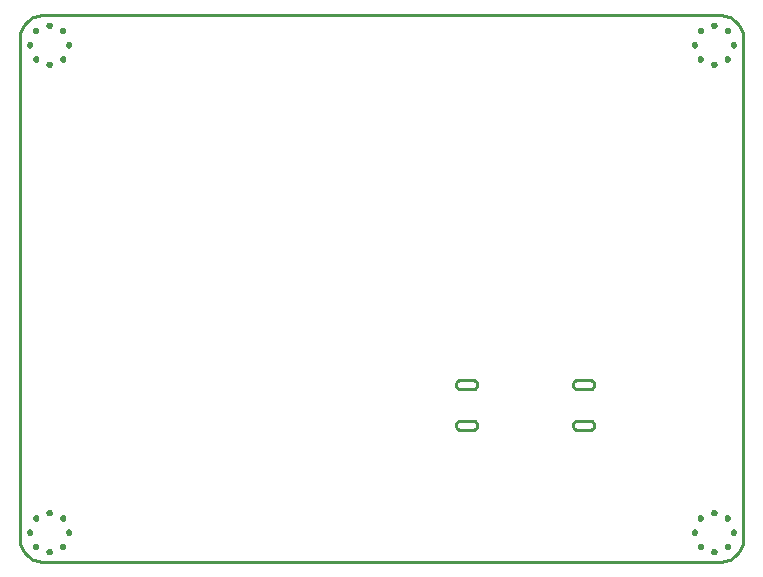
<source format=gbr>
G04 EAGLE Gerber RS-274X export*
G75*
%MOMM*%
%FSLAX34Y34*%
%LPD*%
%IN*%
%IPPOS*%
%AMOC8*
5,1,8,0,0,1.08239X$1,22.5*%
G01*
%ADD10C,0.254000*%


D10*
X0Y20000D02*
X76Y18257D01*
X304Y16527D01*
X681Y14824D01*
X1206Y13160D01*
X1874Y11548D01*
X2680Y10000D01*
X3617Y8528D01*
X4679Y7144D01*
X5858Y5858D01*
X7144Y4679D01*
X8528Y3617D01*
X10000Y2680D01*
X11548Y1874D01*
X13160Y1206D01*
X14824Y681D01*
X16527Y304D01*
X18257Y76D01*
X20000Y0D01*
X592700Y0D01*
X594443Y76D01*
X596173Y304D01*
X597876Y681D01*
X599540Y1206D01*
X601152Y1874D01*
X602700Y2680D01*
X604172Y3617D01*
X605556Y4679D01*
X606842Y5858D01*
X608021Y7144D01*
X609083Y8528D01*
X610021Y10000D01*
X610826Y11548D01*
X611494Y13160D01*
X612019Y14824D01*
X612396Y16527D01*
X612624Y18257D01*
X612700Y20000D01*
X612700Y442700D01*
X612624Y444443D01*
X612396Y446173D01*
X612019Y447876D01*
X611494Y449540D01*
X610826Y451152D01*
X610021Y452700D01*
X609083Y454172D01*
X608021Y455556D01*
X606842Y456842D01*
X605556Y458021D01*
X604172Y459083D01*
X602700Y460021D01*
X601152Y460826D01*
X599540Y461494D01*
X597876Y462019D01*
X596173Y462396D01*
X594443Y462624D01*
X592700Y462700D01*
X20000Y462700D01*
X18257Y462624D01*
X16527Y462396D01*
X14824Y462019D01*
X13160Y461494D01*
X11548Y460826D01*
X10000Y460021D01*
X8528Y459083D01*
X7144Y458021D01*
X5858Y456842D01*
X4679Y455556D01*
X3617Y454172D01*
X2680Y452700D01*
X1874Y451152D01*
X1206Y449540D01*
X681Y447876D01*
X304Y446173D01*
X76Y444443D01*
X0Y442700D01*
X0Y20000D01*
X468430Y149845D02*
X468445Y149496D01*
X468491Y149150D01*
X468566Y148810D01*
X468671Y148477D01*
X468805Y148155D01*
X468966Y147845D01*
X469153Y147551D01*
X469366Y147274D01*
X469602Y147017D01*
X469859Y146781D01*
X470136Y146568D01*
X470430Y146381D01*
X470740Y146220D01*
X471062Y146086D01*
X471395Y145981D01*
X471735Y145906D01*
X472081Y145860D01*
X472430Y145845D01*
X482430Y145845D01*
X482779Y145860D01*
X483125Y145906D01*
X483465Y145981D01*
X483798Y146086D01*
X484120Y146220D01*
X484430Y146381D01*
X484724Y146568D01*
X485001Y146781D01*
X485258Y147017D01*
X485494Y147274D01*
X485707Y147551D01*
X485894Y147845D01*
X486055Y148155D01*
X486189Y148477D01*
X486294Y148810D01*
X486369Y149150D01*
X486415Y149496D01*
X486430Y149845D01*
X486415Y150194D01*
X486369Y150540D01*
X486294Y150880D01*
X486189Y151213D01*
X486055Y151535D01*
X485894Y151845D01*
X485707Y152139D01*
X485494Y152416D01*
X485258Y152673D01*
X485001Y152909D01*
X484724Y153122D01*
X484430Y153309D01*
X484120Y153470D01*
X483798Y153604D01*
X483465Y153709D01*
X483125Y153784D01*
X482779Y153830D01*
X482430Y153845D01*
X472430Y153845D01*
X472081Y153830D01*
X471735Y153784D01*
X471395Y153709D01*
X471062Y153604D01*
X470740Y153470D01*
X470430Y153309D01*
X470136Y153122D01*
X469859Y152909D01*
X469602Y152673D01*
X469366Y152416D01*
X469153Y152139D01*
X468966Y151845D01*
X468805Y151535D01*
X468671Y151213D01*
X468566Y150880D01*
X468491Y150540D01*
X468445Y150194D01*
X468430Y149845D01*
X369370Y115555D02*
X369385Y115206D01*
X369431Y114860D01*
X369506Y114520D01*
X369611Y114187D01*
X369745Y113865D01*
X369906Y113555D01*
X370093Y113261D01*
X370306Y112984D01*
X370542Y112727D01*
X370799Y112491D01*
X371076Y112278D01*
X371370Y112091D01*
X371680Y111930D01*
X372002Y111796D01*
X372335Y111691D01*
X372675Y111616D01*
X373021Y111570D01*
X373370Y111555D01*
X383370Y111555D01*
X383719Y111570D01*
X384065Y111616D01*
X384405Y111691D01*
X384738Y111796D01*
X385060Y111930D01*
X385370Y112091D01*
X385664Y112278D01*
X385941Y112491D01*
X386198Y112727D01*
X386434Y112984D01*
X386647Y113261D01*
X386834Y113555D01*
X386995Y113865D01*
X387129Y114187D01*
X387234Y114520D01*
X387309Y114860D01*
X387355Y115206D01*
X387370Y115555D01*
X387355Y115904D01*
X387309Y116250D01*
X387234Y116590D01*
X387129Y116923D01*
X386995Y117245D01*
X386834Y117555D01*
X386647Y117849D01*
X386434Y118126D01*
X386198Y118383D01*
X385941Y118619D01*
X385664Y118832D01*
X385370Y119019D01*
X385060Y119180D01*
X384738Y119314D01*
X384405Y119419D01*
X384065Y119494D01*
X383719Y119540D01*
X383370Y119555D01*
X373370Y119555D01*
X373021Y119540D01*
X372675Y119494D01*
X372335Y119419D01*
X372002Y119314D01*
X371680Y119180D01*
X371370Y119019D01*
X371076Y118832D01*
X370799Y118619D01*
X370542Y118383D01*
X370306Y118126D01*
X370093Y117849D01*
X369906Y117555D01*
X369745Y117245D01*
X369611Y116923D01*
X369506Y116590D01*
X369431Y116250D01*
X369385Y115904D01*
X369370Y115555D01*
X468430Y115555D02*
X468445Y115206D01*
X468491Y114860D01*
X468566Y114520D01*
X468671Y114187D01*
X468805Y113865D01*
X468966Y113555D01*
X469153Y113261D01*
X469366Y112984D01*
X469602Y112727D01*
X469859Y112491D01*
X470136Y112278D01*
X470430Y112091D01*
X470740Y111930D01*
X471062Y111796D01*
X471395Y111691D01*
X471735Y111616D01*
X472081Y111570D01*
X472430Y111555D01*
X482430Y111555D01*
X482779Y111570D01*
X483125Y111616D01*
X483465Y111691D01*
X483798Y111796D01*
X484120Y111930D01*
X484430Y112091D01*
X484724Y112278D01*
X485001Y112491D01*
X485258Y112727D01*
X485494Y112984D01*
X485707Y113261D01*
X485894Y113555D01*
X486055Y113865D01*
X486189Y114187D01*
X486294Y114520D01*
X486369Y114860D01*
X486415Y115206D01*
X486430Y115555D01*
X486415Y115904D01*
X486369Y116250D01*
X486294Y116590D01*
X486189Y116923D01*
X486055Y117245D01*
X485894Y117555D01*
X485707Y117849D01*
X485494Y118126D01*
X485258Y118383D01*
X485001Y118619D01*
X484724Y118832D01*
X484430Y119019D01*
X484120Y119180D01*
X483798Y119314D01*
X483465Y119419D01*
X483125Y119494D01*
X482779Y119540D01*
X482430Y119555D01*
X472430Y119555D01*
X472081Y119540D01*
X471735Y119494D01*
X471395Y119419D01*
X471062Y119314D01*
X470740Y119180D01*
X470430Y119019D01*
X470136Y118832D01*
X469859Y118619D01*
X469602Y118383D01*
X469366Y118126D01*
X469153Y117849D01*
X468966Y117555D01*
X468805Y117245D01*
X468671Y116923D01*
X468566Y116590D01*
X468491Y116250D01*
X468445Y115904D01*
X468430Y115555D01*
X369370Y149845D02*
X369385Y149496D01*
X369431Y149150D01*
X369506Y148810D01*
X369611Y148477D01*
X369745Y148155D01*
X369906Y147845D01*
X370093Y147551D01*
X370306Y147274D01*
X370542Y147017D01*
X370799Y146781D01*
X371076Y146568D01*
X371370Y146381D01*
X371680Y146220D01*
X372002Y146086D01*
X372335Y145981D01*
X372675Y145906D01*
X373021Y145860D01*
X373370Y145845D01*
X383370Y145845D01*
X383719Y145860D01*
X384065Y145906D01*
X384405Y145981D01*
X384738Y146086D01*
X385060Y146220D01*
X385370Y146381D01*
X385664Y146568D01*
X385941Y146781D01*
X386198Y147017D01*
X386434Y147274D01*
X386647Y147551D01*
X386834Y147845D01*
X386995Y148155D01*
X387129Y148477D01*
X387234Y148810D01*
X387309Y149150D01*
X387355Y149496D01*
X387370Y149845D01*
X387355Y150194D01*
X387309Y150540D01*
X387234Y150880D01*
X387129Y151213D01*
X386995Y151535D01*
X386834Y151845D01*
X386647Y152139D01*
X386434Y152416D01*
X386198Y152673D01*
X385941Y152909D01*
X385664Y153122D01*
X385370Y153309D01*
X385060Y153470D01*
X384738Y153604D01*
X384405Y153709D01*
X384065Y153784D01*
X383719Y153830D01*
X383370Y153845D01*
X373370Y153845D01*
X373021Y153830D01*
X372675Y153784D01*
X372335Y153709D01*
X372002Y153604D01*
X371680Y153470D01*
X371370Y153309D01*
X371076Y153122D01*
X370799Y152909D01*
X370542Y152673D01*
X370306Y152416D01*
X370093Y152139D01*
X369906Y151845D01*
X369745Y151535D01*
X369611Y151213D01*
X369506Y150880D01*
X369431Y150540D01*
X369385Y150194D01*
X369370Y149845D01*
X26500Y41362D02*
X26442Y41072D01*
X26329Y40799D01*
X26165Y40554D01*
X25956Y40345D01*
X25711Y40181D01*
X25438Y40068D01*
X25148Y40010D01*
X24852Y40010D01*
X24562Y40068D01*
X24289Y40181D01*
X24044Y40345D01*
X23835Y40554D01*
X23671Y40799D01*
X23558Y41072D01*
X23500Y41362D01*
X23500Y41658D01*
X23558Y41948D01*
X23671Y42221D01*
X23835Y42466D01*
X24044Y42675D01*
X24289Y42839D01*
X24562Y42952D01*
X24852Y43010D01*
X25148Y43010D01*
X25438Y42952D01*
X25711Y42839D01*
X25956Y42675D01*
X26165Y42466D01*
X26329Y42221D01*
X26442Y41948D01*
X26500Y41658D01*
X26500Y41362D01*
X26500Y8342D02*
X26442Y8052D01*
X26329Y7779D01*
X26165Y7534D01*
X25956Y7325D01*
X25711Y7161D01*
X25438Y7048D01*
X25148Y6990D01*
X24852Y6990D01*
X24562Y7048D01*
X24289Y7161D01*
X24044Y7325D01*
X23835Y7534D01*
X23671Y7779D01*
X23558Y8052D01*
X23500Y8342D01*
X23500Y8638D01*
X23558Y8928D01*
X23671Y9201D01*
X23835Y9446D01*
X24044Y9655D01*
X24289Y9819D01*
X24562Y9932D01*
X24852Y9990D01*
X25148Y9990D01*
X25438Y9932D01*
X25711Y9819D01*
X25956Y9655D01*
X26165Y9446D01*
X26329Y9201D01*
X26442Y8928D01*
X26500Y8638D01*
X26500Y8342D01*
X43010Y24852D02*
X42952Y24562D01*
X42839Y24289D01*
X42675Y24044D01*
X42466Y23835D01*
X42221Y23671D01*
X41948Y23558D01*
X41658Y23500D01*
X41362Y23500D01*
X41072Y23558D01*
X40799Y23671D01*
X40554Y23835D01*
X40345Y24044D01*
X40181Y24289D01*
X40068Y24562D01*
X40010Y24852D01*
X40010Y25148D01*
X40068Y25438D01*
X40181Y25711D01*
X40345Y25956D01*
X40554Y26165D01*
X40799Y26329D01*
X41072Y26442D01*
X41362Y26500D01*
X41658Y26500D01*
X41948Y26442D01*
X42221Y26329D01*
X42466Y26165D01*
X42675Y25956D01*
X42839Y25711D01*
X42952Y25438D01*
X43010Y25148D01*
X43010Y24852D01*
X37930Y36917D02*
X37872Y36627D01*
X37759Y36354D01*
X37595Y36109D01*
X37386Y35900D01*
X37141Y35736D01*
X36868Y35623D01*
X36578Y35565D01*
X36282Y35565D01*
X35992Y35623D01*
X35719Y35736D01*
X35474Y35900D01*
X35265Y36109D01*
X35101Y36354D01*
X34988Y36627D01*
X34930Y36917D01*
X34930Y37213D01*
X34988Y37503D01*
X35101Y37776D01*
X35265Y38021D01*
X35474Y38230D01*
X35719Y38394D01*
X35992Y38507D01*
X36282Y38565D01*
X36578Y38565D01*
X36868Y38507D01*
X37141Y38394D01*
X37386Y38230D01*
X37595Y38021D01*
X37759Y37776D01*
X37872Y37503D01*
X37930Y37213D01*
X37930Y36917D01*
X37930Y12787D02*
X37872Y12497D01*
X37759Y12224D01*
X37595Y11979D01*
X37386Y11770D01*
X37141Y11606D01*
X36868Y11493D01*
X36578Y11435D01*
X36282Y11435D01*
X35992Y11493D01*
X35719Y11606D01*
X35474Y11770D01*
X35265Y11979D01*
X35101Y12224D01*
X34988Y12497D01*
X34930Y12787D01*
X34930Y13083D01*
X34988Y13373D01*
X35101Y13646D01*
X35265Y13891D01*
X35474Y14100D01*
X35719Y14264D01*
X35992Y14377D01*
X36282Y14435D01*
X36578Y14435D01*
X36868Y14377D01*
X37141Y14264D01*
X37386Y14100D01*
X37595Y13891D01*
X37759Y13646D01*
X37872Y13373D01*
X37930Y13083D01*
X37930Y12787D01*
X15070Y36917D02*
X15012Y36627D01*
X14899Y36354D01*
X14735Y36109D01*
X14526Y35900D01*
X14281Y35736D01*
X14008Y35623D01*
X13718Y35565D01*
X13422Y35565D01*
X13132Y35623D01*
X12859Y35736D01*
X12614Y35900D01*
X12405Y36109D01*
X12241Y36354D01*
X12128Y36627D01*
X12070Y36917D01*
X12070Y37213D01*
X12128Y37503D01*
X12241Y37776D01*
X12405Y38021D01*
X12614Y38230D01*
X12859Y38394D01*
X13132Y38507D01*
X13422Y38565D01*
X13718Y38565D01*
X14008Y38507D01*
X14281Y38394D01*
X14526Y38230D01*
X14735Y38021D01*
X14899Y37776D01*
X15012Y37503D01*
X15070Y37213D01*
X15070Y36917D01*
X15070Y12787D02*
X15012Y12497D01*
X14899Y12224D01*
X14735Y11979D01*
X14526Y11770D01*
X14281Y11606D01*
X14008Y11493D01*
X13718Y11435D01*
X13422Y11435D01*
X13132Y11493D01*
X12859Y11606D01*
X12614Y11770D01*
X12405Y11979D01*
X12241Y12224D01*
X12128Y12497D01*
X12070Y12787D01*
X12070Y13083D01*
X12128Y13373D01*
X12241Y13646D01*
X12405Y13891D01*
X12614Y14100D01*
X12859Y14264D01*
X13132Y14377D01*
X13422Y14435D01*
X13718Y14435D01*
X14008Y14377D01*
X14281Y14264D01*
X14526Y14100D01*
X14735Y13891D01*
X14899Y13646D01*
X15012Y13373D01*
X15070Y13083D01*
X15070Y12787D01*
X9990Y24852D02*
X9932Y24562D01*
X9819Y24289D01*
X9655Y24044D01*
X9446Y23835D01*
X9201Y23671D01*
X8928Y23558D01*
X8638Y23500D01*
X8342Y23500D01*
X8052Y23558D01*
X7779Y23671D01*
X7534Y23835D01*
X7325Y24044D01*
X7161Y24289D01*
X7048Y24562D01*
X6990Y24852D01*
X6990Y25148D01*
X7048Y25438D01*
X7161Y25711D01*
X7325Y25956D01*
X7534Y26165D01*
X7779Y26329D01*
X8052Y26442D01*
X8342Y26500D01*
X8638Y26500D01*
X8928Y26442D01*
X9201Y26329D01*
X9446Y26165D01*
X9655Y25956D01*
X9819Y25711D01*
X9932Y25438D01*
X9990Y25148D01*
X9990Y24852D01*
X26500Y454062D02*
X26442Y453772D01*
X26329Y453499D01*
X26165Y453254D01*
X25956Y453045D01*
X25711Y452881D01*
X25438Y452768D01*
X25148Y452710D01*
X24852Y452710D01*
X24562Y452768D01*
X24289Y452881D01*
X24044Y453045D01*
X23835Y453254D01*
X23671Y453499D01*
X23558Y453772D01*
X23500Y454062D01*
X23500Y454358D01*
X23558Y454648D01*
X23671Y454921D01*
X23835Y455166D01*
X24044Y455375D01*
X24289Y455539D01*
X24562Y455652D01*
X24852Y455710D01*
X25148Y455710D01*
X25438Y455652D01*
X25711Y455539D01*
X25956Y455375D01*
X26165Y455166D01*
X26329Y454921D01*
X26442Y454648D01*
X26500Y454358D01*
X26500Y454062D01*
X26500Y421042D02*
X26442Y420752D01*
X26329Y420479D01*
X26165Y420234D01*
X25956Y420025D01*
X25711Y419861D01*
X25438Y419748D01*
X25148Y419690D01*
X24852Y419690D01*
X24562Y419748D01*
X24289Y419861D01*
X24044Y420025D01*
X23835Y420234D01*
X23671Y420479D01*
X23558Y420752D01*
X23500Y421042D01*
X23500Y421338D01*
X23558Y421628D01*
X23671Y421901D01*
X23835Y422146D01*
X24044Y422355D01*
X24289Y422519D01*
X24562Y422632D01*
X24852Y422690D01*
X25148Y422690D01*
X25438Y422632D01*
X25711Y422519D01*
X25956Y422355D01*
X26165Y422146D01*
X26329Y421901D01*
X26442Y421628D01*
X26500Y421338D01*
X26500Y421042D01*
X43010Y437552D02*
X42952Y437262D01*
X42839Y436989D01*
X42675Y436744D01*
X42466Y436535D01*
X42221Y436371D01*
X41948Y436258D01*
X41658Y436200D01*
X41362Y436200D01*
X41072Y436258D01*
X40799Y436371D01*
X40554Y436535D01*
X40345Y436744D01*
X40181Y436989D01*
X40068Y437262D01*
X40010Y437552D01*
X40010Y437848D01*
X40068Y438138D01*
X40181Y438411D01*
X40345Y438656D01*
X40554Y438865D01*
X40799Y439029D01*
X41072Y439142D01*
X41362Y439200D01*
X41658Y439200D01*
X41948Y439142D01*
X42221Y439029D01*
X42466Y438865D01*
X42675Y438656D01*
X42839Y438411D01*
X42952Y438138D01*
X43010Y437848D01*
X43010Y437552D01*
X37930Y449617D02*
X37872Y449327D01*
X37759Y449054D01*
X37595Y448809D01*
X37386Y448600D01*
X37141Y448436D01*
X36868Y448323D01*
X36578Y448265D01*
X36282Y448265D01*
X35992Y448323D01*
X35719Y448436D01*
X35474Y448600D01*
X35265Y448809D01*
X35101Y449054D01*
X34988Y449327D01*
X34930Y449617D01*
X34930Y449913D01*
X34988Y450203D01*
X35101Y450476D01*
X35265Y450721D01*
X35474Y450930D01*
X35719Y451094D01*
X35992Y451207D01*
X36282Y451265D01*
X36578Y451265D01*
X36868Y451207D01*
X37141Y451094D01*
X37386Y450930D01*
X37595Y450721D01*
X37759Y450476D01*
X37872Y450203D01*
X37930Y449913D01*
X37930Y449617D01*
X37930Y425487D02*
X37872Y425197D01*
X37759Y424924D01*
X37595Y424679D01*
X37386Y424470D01*
X37141Y424306D01*
X36868Y424193D01*
X36578Y424135D01*
X36282Y424135D01*
X35992Y424193D01*
X35719Y424306D01*
X35474Y424470D01*
X35265Y424679D01*
X35101Y424924D01*
X34988Y425197D01*
X34930Y425487D01*
X34930Y425783D01*
X34988Y426073D01*
X35101Y426346D01*
X35265Y426591D01*
X35474Y426800D01*
X35719Y426964D01*
X35992Y427077D01*
X36282Y427135D01*
X36578Y427135D01*
X36868Y427077D01*
X37141Y426964D01*
X37386Y426800D01*
X37595Y426591D01*
X37759Y426346D01*
X37872Y426073D01*
X37930Y425783D01*
X37930Y425487D01*
X15070Y449617D02*
X15012Y449327D01*
X14899Y449054D01*
X14735Y448809D01*
X14526Y448600D01*
X14281Y448436D01*
X14008Y448323D01*
X13718Y448265D01*
X13422Y448265D01*
X13132Y448323D01*
X12859Y448436D01*
X12614Y448600D01*
X12405Y448809D01*
X12241Y449054D01*
X12128Y449327D01*
X12070Y449617D01*
X12070Y449913D01*
X12128Y450203D01*
X12241Y450476D01*
X12405Y450721D01*
X12614Y450930D01*
X12859Y451094D01*
X13132Y451207D01*
X13422Y451265D01*
X13718Y451265D01*
X14008Y451207D01*
X14281Y451094D01*
X14526Y450930D01*
X14735Y450721D01*
X14899Y450476D01*
X15012Y450203D01*
X15070Y449913D01*
X15070Y449617D01*
X15070Y425487D02*
X15012Y425197D01*
X14899Y424924D01*
X14735Y424679D01*
X14526Y424470D01*
X14281Y424306D01*
X14008Y424193D01*
X13718Y424135D01*
X13422Y424135D01*
X13132Y424193D01*
X12859Y424306D01*
X12614Y424470D01*
X12405Y424679D01*
X12241Y424924D01*
X12128Y425197D01*
X12070Y425487D01*
X12070Y425783D01*
X12128Y426073D01*
X12241Y426346D01*
X12405Y426591D01*
X12614Y426800D01*
X12859Y426964D01*
X13132Y427077D01*
X13422Y427135D01*
X13718Y427135D01*
X14008Y427077D01*
X14281Y426964D01*
X14526Y426800D01*
X14735Y426591D01*
X14899Y426346D01*
X15012Y426073D01*
X15070Y425783D01*
X15070Y425487D01*
X9990Y437552D02*
X9932Y437262D01*
X9819Y436989D01*
X9655Y436744D01*
X9446Y436535D01*
X9201Y436371D01*
X8928Y436258D01*
X8638Y436200D01*
X8342Y436200D01*
X8052Y436258D01*
X7779Y436371D01*
X7534Y436535D01*
X7325Y436744D01*
X7161Y436989D01*
X7048Y437262D01*
X6990Y437552D01*
X6990Y437848D01*
X7048Y438138D01*
X7161Y438411D01*
X7325Y438656D01*
X7534Y438865D01*
X7779Y439029D01*
X8052Y439142D01*
X8342Y439200D01*
X8638Y439200D01*
X8928Y439142D01*
X9201Y439029D01*
X9446Y438865D01*
X9655Y438656D01*
X9819Y438411D01*
X9932Y438138D01*
X9990Y437848D01*
X9990Y437552D01*
X589200Y454062D02*
X589142Y453772D01*
X589029Y453499D01*
X588865Y453254D01*
X588656Y453045D01*
X588411Y452881D01*
X588138Y452768D01*
X587848Y452710D01*
X587552Y452710D01*
X587262Y452768D01*
X586989Y452881D01*
X586744Y453045D01*
X586535Y453254D01*
X586371Y453499D01*
X586258Y453772D01*
X586200Y454062D01*
X586200Y454358D01*
X586258Y454648D01*
X586371Y454921D01*
X586535Y455166D01*
X586744Y455375D01*
X586989Y455539D01*
X587262Y455652D01*
X587552Y455710D01*
X587848Y455710D01*
X588138Y455652D01*
X588411Y455539D01*
X588656Y455375D01*
X588865Y455166D01*
X589029Y454921D01*
X589142Y454648D01*
X589200Y454358D01*
X589200Y454062D01*
X589200Y421042D02*
X589142Y420752D01*
X589029Y420479D01*
X588865Y420234D01*
X588656Y420025D01*
X588411Y419861D01*
X588138Y419748D01*
X587848Y419690D01*
X587552Y419690D01*
X587262Y419748D01*
X586989Y419861D01*
X586744Y420025D01*
X586535Y420234D01*
X586371Y420479D01*
X586258Y420752D01*
X586200Y421042D01*
X586200Y421338D01*
X586258Y421628D01*
X586371Y421901D01*
X586535Y422146D01*
X586744Y422355D01*
X586989Y422519D01*
X587262Y422632D01*
X587552Y422690D01*
X587848Y422690D01*
X588138Y422632D01*
X588411Y422519D01*
X588656Y422355D01*
X588865Y422146D01*
X589029Y421901D01*
X589142Y421628D01*
X589200Y421338D01*
X589200Y421042D01*
X605710Y437552D02*
X605652Y437262D01*
X605539Y436989D01*
X605375Y436744D01*
X605166Y436535D01*
X604921Y436371D01*
X604648Y436258D01*
X604358Y436200D01*
X604062Y436200D01*
X603772Y436258D01*
X603499Y436371D01*
X603254Y436535D01*
X603045Y436744D01*
X602881Y436989D01*
X602768Y437262D01*
X602710Y437552D01*
X602710Y437848D01*
X602768Y438138D01*
X602881Y438411D01*
X603045Y438656D01*
X603254Y438865D01*
X603499Y439029D01*
X603772Y439142D01*
X604062Y439200D01*
X604358Y439200D01*
X604648Y439142D01*
X604921Y439029D01*
X605166Y438865D01*
X605375Y438656D01*
X605539Y438411D01*
X605652Y438138D01*
X605710Y437848D01*
X605710Y437552D01*
X600630Y449617D02*
X600572Y449327D01*
X600459Y449054D01*
X600295Y448809D01*
X600086Y448600D01*
X599841Y448436D01*
X599568Y448323D01*
X599278Y448265D01*
X598982Y448265D01*
X598692Y448323D01*
X598419Y448436D01*
X598174Y448600D01*
X597965Y448809D01*
X597801Y449054D01*
X597688Y449327D01*
X597630Y449617D01*
X597630Y449913D01*
X597688Y450203D01*
X597801Y450476D01*
X597965Y450721D01*
X598174Y450930D01*
X598419Y451094D01*
X598692Y451207D01*
X598982Y451265D01*
X599278Y451265D01*
X599568Y451207D01*
X599841Y451094D01*
X600086Y450930D01*
X600295Y450721D01*
X600459Y450476D01*
X600572Y450203D01*
X600630Y449913D01*
X600630Y449617D01*
X600630Y425487D02*
X600572Y425197D01*
X600459Y424924D01*
X600295Y424679D01*
X600086Y424470D01*
X599841Y424306D01*
X599568Y424193D01*
X599278Y424135D01*
X598982Y424135D01*
X598692Y424193D01*
X598419Y424306D01*
X598174Y424470D01*
X597965Y424679D01*
X597801Y424924D01*
X597688Y425197D01*
X597630Y425487D01*
X597630Y425783D01*
X597688Y426073D01*
X597801Y426346D01*
X597965Y426591D01*
X598174Y426800D01*
X598419Y426964D01*
X598692Y427077D01*
X598982Y427135D01*
X599278Y427135D01*
X599568Y427077D01*
X599841Y426964D01*
X600086Y426800D01*
X600295Y426591D01*
X600459Y426346D01*
X600572Y426073D01*
X600630Y425783D01*
X600630Y425487D01*
X577770Y449617D02*
X577712Y449327D01*
X577599Y449054D01*
X577435Y448809D01*
X577226Y448600D01*
X576981Y448436D01*
X576708Y448323D01*
X576418Y448265D01*
X576122Y448265D01*
X575832Y448323D01*
X575559Y448436D01*
X575314Y448600D01*
X575105Y448809D01*
X574941Y449054D01*
X574828Y449327D01*
X574770Y449617D01*
X574770Y449913D01*
X574828Y450203D01*
X574941Y450476D01*
X575105Y450721D01*
X575314Y450930D01*
X575559Y451094D01*
X575832Y451207D01*
X576122Y451265D01*
X576418Y451265D01*
X576708Y451207D01*
X576981Y451094D01*
X577226Y450930D01*
X577435Y450721D01*
X577599Y450476D01*
X577712Y450203D01*
X577770Y449913D01*
X577770Y449617D01*
X577770Y425487D02*
X577712Y425197D01*
X577599Y424924D01*
X577435Y424679D01*
X577226Y424470D01*
X576981Y424306D01*
X576708Y424193D01*
X576418Y424135D01*
X576122Y424135D01*
X575832Y424193D01*
X575559Y424306D01*
X575314Y424470D01*
X575105Y424679D01*
X574941Y424924D01*
X574828Y425197D01*
X574770Y425487D01*
X574770Y425783D01*
X574828Y426073D01*
X574941Y426346D01*
X575105Y426591D01*
X575314Y426800D01*
X575559Y426964D01*
X575832Y427077D01*
X576122Y427135D01*
X576418Y427135D01*
X576708Y427077D01*
X576981Y426964D01*
X577226Y426800D01*
X577435Y426591D01*
X577599Y426346D01*
X577712Y426073D01*
X577770Y425783D01*
X577770Y425487D01*
X572690Y437552D02*
X572632Y437262D01*
X572519Y436989D01*
X572355Y436744D01*
X572146Y436535D01*
X571901Y436371D01*
X571628Y436258D01*
X571338Y436200D01*
X571042Y436200D01*
X570752Y436258D01*
X570479Y436371D01*
X570234Y436535D01*
X570025Y436744D01*
X569861Y436989D01*
X569748Y437262D01*
X569690Y437552D01*
X569690Y437848D01*
X569748Y438138D01*
X569861Y438411D01*
X570025Y438656D01*
X570234Y438865D01*
X570479Y439029D01*
X570752Y439142D01*
X571042Y439200D01*
X571338Y439200D01*
X571628Y439142D01*
X571901Y439029D01*
X572146Y438865D01*
X572355Y438656D01*
X572519Y438411D01*
X572632Y438138D01*
X572690Y437848D01*
X572690Y437552D01*
X589200Y41362D02*
X589142Y41072D01*
X589029Y40799D01*
X588865Y40554D01*
X588656Y40345D01*
X588411Y40181D01*
X588138Y40068D01*
X587848Y40010D01*
X587552Y40010D01*
X587262Y40068D01*
X586989Y40181D01*
X586744Y40345D01*
X586535Y40554D01*
X586371Y40799D01*
X586258Y41072D01*
X586200Y41362D01*
X586200Y41658D01*
X586258Y41948D01*
X586371Y42221D01*
X586535Y42466D01*
X586744Y42675D01*
X586989Y42839D01*
X587262Y42952D01*
X587552Y43010D01*
X587848Y43010D01*
X588138Y42952D01*
X588411Y42839D01*
X588656Y42675D01*
X588865Y42466D01*
X589029Y42221D01*
X589142Y41948D01*
X589200Y41658D01*
X589200Y41362D01*
X589200Y8342D02*
X589142Y8052D01*
X589029Y7779D01*
X588865Y7534D01*
X588656Y7325D01*
X588411Y7161D01*
X588138Y7048D01*
X587848Y6990D01*
X587552Y6990D01*
X587262Y7048D01*
X586989Y7161D01*
X586744Y7325D01*
X586535Y7534D01*
X586371Y7779D01*
X586258Y8052D01*
X586200Y8342D01*
X586200Y8638D01*
X586258Y8928D01*
X586371Y9201D01*
X586535Y9446D01*
X586744Y9655D01*
X586989Y9819D01*
X587262Y9932D01*
X587552Y9990D01*
X587848Y9990D01*
X588138Y9932D01*
X588411Y9819D01*
X588656Y9655D01*
X588865Y9446D01*
X589029Y9201D01*
X589142Y8928D01*
X589200Y8638D01*
X589200Y8342D01*
X605710Y24852D02*
X605652Y24562D01*
X605539Y24289D01*
X605375Y24044D01*
X605166Y23835D01*
X604921Y23671D01*
X604648Y23558D01*
X604358Y23500D01*
X604062Y23500D01*
X603772Y23558D01*
X603499Y23671D01*
X603254Y23835D01*
X603045Y24044D01*
X602881Y24289D01*
X602768Y24562D01*
X602710Y24852D01*
X602710Y25148D01*
X602768Y25438D01*
X602881Y25711D01*
X603045Y25956D01*
X603254Y26165D01*
X603499Y26329D01*
X603772Y26442D01*
X604062Y26500D01*
X604358Y26500D01*
X604648Y26442D01*
X604921Y26329D01*
X605166Y26165D01*
X605375Y25956D01*
X605539Y25711D01*
X605652Y25438D01*
X605710Y25148D01*
X605710Y24852D01*
X600630Y36917D02*
X600572Y36627D01*
X600459Y36354D01*
X600295Y36109D01*
X600086Y35900D01*
X599841Y35736D01*
X599568Y35623D01*
X599278Y35565D01*
X598982Y35565D01*
X598692Y35623D01*
X598419Y35736D01*
X598174Y35900D01*
X597965Y36109D01*
X597801Y36354D01*
X597688Y36627D01*
X597630Y36917D01*
X597630Y37213D01*
X597688Y37503D01*
X597801Y37776D01*
X597965Y38021D01*
X598174Y38230D01*
X598419Y38394D01*
X598692Y38507D01*
X598982Y38565D01*
X599278Y38565D01*
X599568Y38507D01*
X599841Y38394D01*
X600086Y38230D01*
X600295Y38021D01*
X600459Y37776D01*
X600572Y37503D01*
X600630Y37213D01*
X600630Y36917D01*
X600630Y12787D02*
X600572Y12497D01*
X600459Y12224D01*
X600295Y11979D01*
X600086Y11770D01*
X599841Y11606D01*
X599568Y11493D01*
X599278Y11435D01*
X598982Y11435D01*
X598692Y11493D01*
X598419Y11606D01*
X598174Y11770D01*
X597965Y11979D01*
X597801Y12224D01*
X597688Y12497D01*
X597630Y12787D01*
X597630Y13083D01*
X597688Y13373D01*
X597801Y13646D01*
X597965Y13891D01*
X598174Y14100D01*
X598419Y14264D01*
X598692Y14377D01*
X598982Y14435D01*
X599278Y14435D01*
X599568Y14377D01*
X599841Y14264D01*
X600086Y14100D01*
X600295Y13891D01*
X600459Y13646D01*
X600572Y13373D01*
X600630Y13083D01*
X600630Y12787D01*
X577770Y36917D02*
X577712Y36627D01*
X577599Y36354D01*
X577435Y36109D01*
X577226Y35900D01*
X576981Y35736D01*
X576708Y35623D01*
X576418Y35565D01*
X576122Y35565D01*
X575832Y35623D01*
X575559Y35736D01*
X575314Y35900D01*
X575105Y36109D01*
X574941Y36354D01*
X574828Y36627D01*
X574770Y36917D01*
X574770Y37213D01*
X574828Y37503D01*
X574941Y37776D01*
X575105Y38021D01*
X575314Y38230D01*
X575559Y38394D01*
X575832Y38507D01*
X576122Y38565D01*
X576418Y38565D01*
X576708Y38507D01*
X576981Y38394D01*
X577226Y38230D01*
X577435Y38021D01*
X577599Y37776D01*
X577712Y37503D01*
X577770Y37213D01*
X577770Y36917D01*
X577770Y12787D02*
X577712Y12497D01*
X577599Y12224D01*
X577435Y11979D01*
X577226Y11770D01*
X576981Y11606D01*
X576708Y11493D01*
X576418Y11435D01*
X576122Y11435D01*
X575832Y11493D01*
X575559Y11606D01*
X575314Y11770D01*
X575105Y11979D01*
X574941Y12224D01*
X574828Y12497D01*
X574770Y12787D01*
X574770Y13083D01*
X574828Y13373D01*
X574941Y13646D01*
X575105Y13891D01*
X575314Y14100D01*
X575559Y14264D01*
X575832Y14377D01*
X576122Y14435D01*
X576418Y14435D01*
X576708Y14377D01*
X576981Y14264D01*
X577226Y14100D01*
X577435Y13891D01*
X577599Y13646D01*
X577712Y13373D01*
X577770Y13083D01*
X577770Y12787D01*
X572690Y24852D02*
X572632Y24562D01*
X572519Y24289D01*
X572355Y24044D01*
X572146Y23835D01*
X571901Y23671D01*
X571628Y23558D01*
X571338Y23500D01*
X571042Y23500D01*
X570752Y23558D01*
X570479Y23671D01*
X570234Y23835D01*
X570025Y24044D01*
X569861Y24289D01*
X569748Y24562D01*
X569690Y24852D01*
X569690Y25148D01*
X569748Y25438D01*
X569861Y25711D01*
X570025Y25956D01*
X570234Y26165D01*
X570479Y26329D01*
X570752Y26442D01*
X571042Y26500D01*
X571338Y26500D01*
X571628Y26442D01*
X571901Y26329D01*
X572146Y26165D01*
X572355Y25956D01*
X572519Y25711D01*
X572632Y25438D01*
X572690Y25148D01*
X572690Y24852D01*
M02*

</source>
